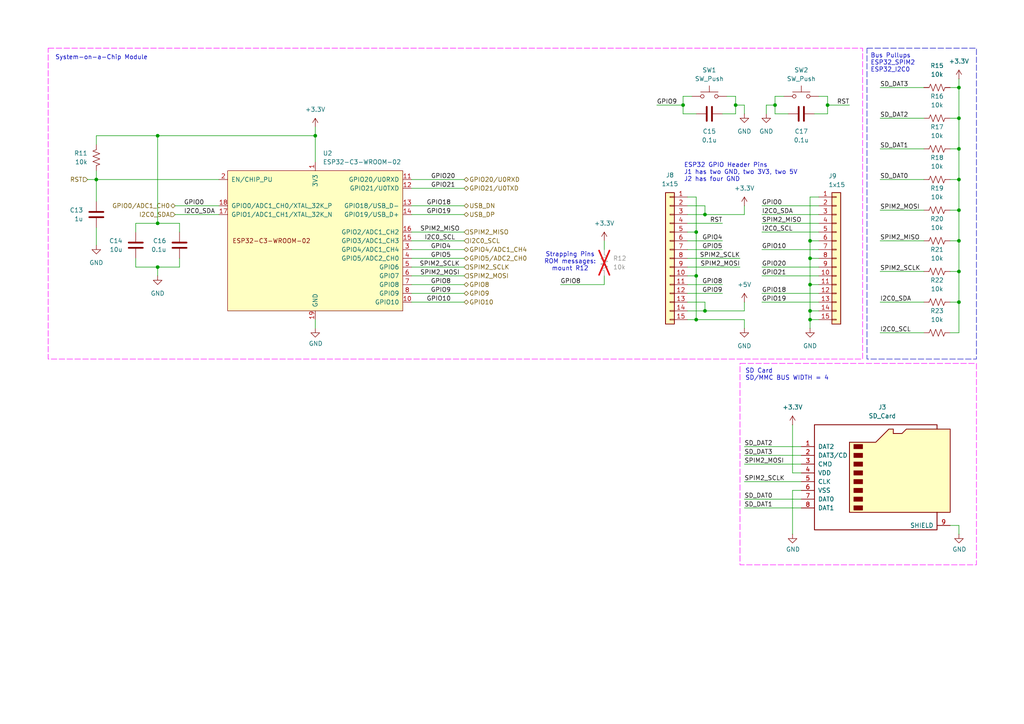
<source format=kicad_sch>
(kicad_sch (version 20231120) (generator "eeschema") (generator_version "8.0")
  (paper "A4")
  (lib_symbols
    (symbol "Connector:Micro_SD_Card" (pin_names (offset 1.016))
      (property "Reference" "J" (at -16.51 15.24 0))
      (property "Value" "Micro_SD_Card" (at 16.51 15.24 0))
      (symbol "Micro_SD_Card_0_1"
        (rectangle (start -7.62 -9.525) (end -5.08 -10.795) (fill (type outline)))
        (rectangle (start -7.62 -6.985) (end -5.08 -8.255) (fill (type outline)))
        (rectangle (start -7.62 -4.445) (end -5.08 -5.715) (fill (type outline)))
        (rectangle (start -7.62 -1.905) (end -5.08 -3.175) (fill (type outline)))
        (rectangle (start -7.62 0.635) (end -5.08 -0.635) (fill (type outline)))
        (rectangle (start -7.62 3.175) (end -5.08 1.905) (fill (type outline)))
        (rectangle (start -7.62 5.715) (end -5.08 4.445) (fill (type outline)))
        (rectangle (start -7.62 8.255) (end -5.08 6.985) (fill (type outline)))
        (polyline (pts (xy 16.51 12.7) (xy 16.51 13.97) (xy -19.05 13.97) (xy -19.05 -16.51) (xy 16.51 -16.51) (xy 16.51 -11.43)) (stroke (width 0.254)))
        (polyline (pts (xy -8.89 -11.43) (xy -8.89 8.89) (xy -1.27 8.89) (xy 2.54 12.7) (xy 3.81 12.7) (xy 3.81 11.43) (xy 6.35 11.43) (xy 7.62 12.7) (xy 20.32 12.7) (xy 20.32 -11.43) (xy -8.89 -11.43)) (stroke (width 0.254)) (fill (type background)))
      )
      (symbol "Micro_SD_Card_1_1"
        (pin bidirectional line (at -22.86 7.62 0) (length 3.81) (name "DAT2") (number "1"))
        (pin bidirectional line (at -22.86 5.08 0) (length 3.81) (name "DAT3/CD") (number "2"))
        (pin input line (at -22.86 2.54 0) (length 3.81) (name "CMD") (number "3"))
        (pin power_in line (at -22.86 0 0) (length 3.81) (name "VDD") (number "4"))
        (pin input line (at -22.86 -2.54 0) (length 3.81) (name "CLK") (number "5"))
        (pin power_in line (at -22.86 -5.08 0) (length 3.81) (name "VSS") (number "6"))
        (pin bidirectional line (at -22.86 -7.62 0) (length 3.81) (name "DAT0") (number "7"))
        (pin bidirectional line (at -22.86 -10.16 0) (length 3.81) (name "DAT1") (number "8"))
        (pin passive line (at 20.32 -15.24 180) (length 3.81) (name "SHIELD") (number "9"))
      )
    )
    (symbol "Connector_Generic:Conn_01x15" (pin_names (offset 1.016) hide)
      (property "Reference" "J" (at 0 20.32 0))
      (property "Value" "Conn_01x15" (at 0 -20.32 0))
      (symbol "Conn_01x15_1_1"
        (rectangle (start -1.27 -17.653) (end 0 -17.907) (stroke (width 0.1524)))
        (rectangle (start -1.27 -15.113) (end 0 -15.367) (stroke (width 0.1524)))
        (rectangle (start -1.27 -12.573) (end 0 -12.827) (stroke (width 0.1524)))
        (rectangle (start -1.27 -10.033) (end 0 -10.287) (stroke (width 0.1524)))
        (rectangle (start -1.27 -7.493) (end 0 -7.747) (stroke (width 0.1524)))
        (rectangle (start -1.27 -4.953) (end 0 -5.207) (stroke (width 0.1524)))
        (rectangle (start -1.27 -2.413) (end 0 -2.667) (stroke (width 0.1524)))
        (rectangle (start -1.27 0.127) (end 0 -0.127) (stroke (width 0.1524)))
        (rectangle (start -1.27 2.667) (end 0 2.413) (stroke (width 0.1524)))
        (rectangle (start -1.27 5.207) (end 0 4.953) (stroke (width 0.1524)))
        (rectangle (start -1.27 7.747) (end 0 7.493) (stroke (width 0.1524)))
        (rectangle (start -1.27 10.287) (end 0 10.033) (stroke (width 0.1524)))
        (rectangle (start -1.27 12.827) (end 0 12.573) (stroke (width 0.1524)))
        (rectangle (start -1.27 15.367) (end 0 15.113) (stroke (width 0.1524)))
        (rectangle (start -1.27 17.907) (end 0 17.653) (stroke (width 0.1524)))
        (rectangle (start -1.27 19.05) (end 1.27 -19.05) (stroke (width 0.254)) (fill (type background)))
        (pin passive line (at -5.08 17.78 0) (length 3.81) (name "Pin_1") (number "1"))
        (pin passive line (at -5.08 -5.08 0) (length 3.81) (name "Pin_10") (number "10"))
        (pin passive line (at -5.08 -7.62 0) (length 3.81) (name "Pin_11") (number "11"))
        (pin passive line (at -5.08 -10.16 0) (length 3.81) (name "Pin_12") (number "12"))
        (pin passive line (at -5.08 -12.7 0) (length 3.81) (name "Pin_13") (number "13"))
        (pin passive line (at -5.08 -15.24 0) (length 3.81) (name "Pin_14") (number "14"))
        (pin passive line (at -5.08 -17.78 0) (length 3.81) (name "Pin_15") (number "15"))
        (pin passive line (at -5.08 15.24 0) (length 3.81) (name "Pin_2") (number "2"))
        (pin passive line (at -5.08 12.7 0) (length 3.81) (name "Pin_3") (number "3"))
        (pin passive line (at -5.08 10.16 0) (length 3.81) (name "Pin_4") (number "4"))
        (pin passive line (at -5.08 7.62 0) (length 3.81) (name "Pin_5") (number "5"))
        (pin passive line (at -5.08 5.08 0) (length 3.81) (name "Pin_6") (number "6"))
        (pin passive line (at -5.08 2.54 0) (length 3.81) (name "Pin_7") (number "7"))
        (pin passive line (at -5.08 0 0) (length 3.81) (name "Pin_8") (number "8"))
        (pin passive line (at -5.08 -2.54 0) (length 3.81) (name "Pin_9") (number "9"))
      )
    )
    (symbol "Device:C" (pin_numbers hide) (pin_names (offset 0.254))
      (property "Reference" "C" (at 0.635 2.54 0))
      (property "Value" "C" (at 0.635 -2.54 0))
      (symbol "C_0_1"
        (polyline (pts (xy -2.032 -0.762) (xy 2.032 -0.762)) (stroke (width 0.508)))
        (polyline (pts (xy -2.032 0.762) (xy 2.032 0.762)) (stroke (width 0.508)))
      )
      (symbol "C_1_1"
        (pin passive line (at 0 3.81 270) (length 2.794) (name "~") (number "1"))
        (pin passive line (at 0 -3.81 90) (length 2.794) (name "~") (number "2"))
      )
    )
    (symbol "Device:R_US" (pin_numbers hide) (pin_names (offset 0))
      (property "Reference" "R" (at 2.54 0 90))
      (property "Value" "R_US" (at -2.54 0 90))
      (symbol "R_US_0_1"
        (polyline (pts (xy 0 -2.286) (xy 0 -2.54)))
        (polyline (pts (xy 0 2.286) (xy 0 2.54)))
        (polyline (pts (xy 0 -0.762) (xy 1.016 -1.143) (xy 0 -1.524) (xy -1.016 -1.905) (xy 0 -2.286)))
        (polyline (pts (xy 0 0.762) (xy 1.016 0.381) (xy 0 0) (xy -1.016 -0.381) (xy 0 -0.762)))
        (polyline (pts (xy 0 2.286) (xy 1.016 1.905) (xy 0 1.524) (xy -1.016 1.143) (xy 0 0.762)))
      )
      (symbol "R_US_1_1"
        (pin passive line (at 0 3.81 270) (length 1.27) (name "~") (number "1"))
        (pin passive line (at 0 -3.81 90) (length 1.27) (name "~") (number "2"))
      )
    )
    (symbol "PCM_Espressif:ESP32-C3-WROOM-02" (pin_names (offset 1.016))
      (property "Reference" "U" (at -25.4 25.4 0))
      (property "Value" "ESP32-C3-WROOM-02" (at -25.4 22.86 0))
      (symbol "ESP32-C3-WROOM-02_0_0"
        (text "ESP32-C3-WROOM-02" (at -12.7 0 0) (effects (font (size 1.27 1.27))))
      )
      (symbol "ESP32-C3-WROOM-02_0_1"
        (rectangle (start 25.4 20.32) (end -25.4 -20.32) (fill (type background)))
      )
      (symbol "ESP32-C3-WROOM-02_1_1"
        (pin power_in line (at 0 22.86 270) (length 2.54) (name "3V3") (number "1"))
        (pin bidirectional line (at 27.94 -17.78 180) (length 2.54) (name "GPIO10") (number "10"))
        (pin bidirectional line (at 27.94 17.78 180) (length 2.54) (name "GPIO20/U0RXD") (number "11"))
        (pin bidirectional line (at 27.94 15.24 180) (length 2.54) (name "GPIO21/U0TXD") (number "12"))
        (pin bidirectional line (at 27.94 10.16 180) (length 2.54) (name "GPIO18/USB_D-") (number "13"))
        (pin bidirectional line (at 27.94 7.62 180) (length 2.54) (name "GPIO19/USB_D+") (number "14"))
        (pin bidirectional line (at 27.94 0 180) (length 2.54) (name "GPIO3/ADC1_CH3") (number "15"))
        (pin bidirectional line (at 27.94 2.54 180) (length 2.54) (name "GPIO2/ADC1_CH2") (number "16"))
        (pin bidirectional line (at -27.94 7.62 0) (length 2.54) (name "GPIO1/ADC1_CH1/XTAL_32K_N") (number "17"))
        (pin bidirectional line (at -27.94 10.16 0) (length 2.54) (name "GPIO0/ADC1_CH0/XTAL_32K_P") (number "18"))
        (pin power_in line (at 0 -22.86 90) (length 2.54) (name "GND") (number "19"))
        (pin input line (at -27.94 17.78 0) (length 2.54) (name "EN/CHIP_PU") (number "2"))
        (pin bidirectional line (at 27.94 -2.54 180) (length 2.54) (name "GPIO4/ADC1_CH4") (number "3"))
        (pin bidirectional line (at 27.94 -5.08 180) (length 2.54) (name "GPIO5/ADC2_CH0") (number "4"))
        (pin bidirectional line (at 27.94 -7.62 180) (length 2.54) (name "GPIO6") (number "5"))
        (pin bidirectional line (at 27.94 -10.16 180) (length 2.54) (name "GPIO7") (number "6"))
        (pin bidirectional line (at 27.94 -12.7 180) (length 2.54) (name "GPIO8") (number "7"))
        (pin bidirectional line (at 27.94 -15.24 180) (length 2.54) (name "GPIO9") (number "8"))
        (pin passive line (at 0 -22.86 90) (length 2.54) hide (name "GND") (number "9"))
      )
    )
    (symbol "Switch:SW_Push" (pin_numbers hide) (pin_names (offset 1.016) hide)
      (property "Reference" "SW" (at 1.27 2.54 0))
      (property "Value" "SW_Push" (at 0 -1.524 0))
      (symbol "SW_Push_0_1"
        (circle (center -2.032 0) (radius 0.508))
        (polyline (pts (xy 0 1.27) (xy 0 3.048)))
        (polyline (pts (xy 2.54 1.27) (xy -2.54 1.27)))
        (circle (center 2.032 0) (radius 0.508))
        (pin passive line (at -5.08 0 0) (length 2.54) (name "1") (number "1"))
        (pin passive line (at 5.08 0 180) (length 2.54) (name "2") (number "2"))
      )
    )
    (symbol "power:GND" (power) (pin_numbers hide) (pin_names (offset 0) hide)
      (property "Value" "GND" (at 0 -3.81 0))
      (symbol "GND_0_1"
        (polyline (pts (xy 0 0) (xy 0 -1.27) (xy 1.27 -1.27) (xy 0 -2.54) (xy -1.27 -1.27) (xy 0 -1.27)))
      )
      (symbol "GND_1_1"
        (pin power_in line (at 0 0 270) (length 0) (name "~") (number "1"))
      )
    )
    (symbol "power:VCC" (power) (pin_numbers hide) (pin_names (offset 0) hide)
      (property "Value" "VCC" (at 0 3.556 0))
      (symbol "VCC_0_1"
        (polyline (pts (xy -0.762 1.27) (xy 0 2.54)))
        (polyline (pts (xy 0 0) (xy 0 2.54)))
        (polyline (pts (xy 0 2.54) (xy 0.762 1.27)))
      )
      (symbol "VCC_1_1"
        (pin power_in line (at 0 0 90) (length 0) (name "~") (number "1"))
      )
    )
  )
  (junction (at 201.93 92.71))
  (junction (at 204.47 62.23))
  (junction (at 234.95 92.71))
  (junction (at 213.36 30.48))
  (junction (at 234.95 82.55))
  (junction (at 278.13 69.85))
  (junction (at 278.13 87.63))
  (junction (at 201.93 67.31))
  (junction (at 278.13 43.18))
  (junction (at 240.03 30.48))
  (junction (at 198.12 30.48))
  (junction (at 278.13 25.4))
  (junction (at 45.72 77.47))
  (junction (at 45.72 64.77))
  (junction (at 278.13 34.29))
  (junction (at 234.95 74.93))
  (junction (at 278.13 78.74))
  (junction (at 278.13 60.96))
  (junction (at 201.93 80.01))
  (junction (at 204.47 90.17))
  (junction (at 27.94 52.07))
  (junction (at 45.72 39.37))
  (junction (at 278.13 52.07))
  (junction (at 91.44 39.37))
  (junction (at 224.79 30.48))
  (junction (at 234.95 90.17))
  (junction (at 234.95 69.85))
  (wire (pts (xy 234.95 74.93) (xy 234.95 82.55)))
  (wire (pts (xy 267.97 34.29) (xy 255.27 34.29)))
  (wire (pts (xy 209.55 85.09) (xy 199.39 85.09)))
  (wire (pts (xy 50.8 62.23) (xy 63.5 62.23)))
  (wire (pts (xy 278.13 87.63) (xy 278.13 78.74)))
  (wire (pts (xy 275.59 96.52) (xy 278.13 96.52)))
  (wire (pts (xy 190.5 30.48) (xy 198.12 30.48)))
  (wire (pts (xy 213.36 27.94) (xy 213.36 30.48)))
  (wire (pts (xy 119.38 69.85) (xy 134.62 69.85)))
  (wire (pts (xy 224.79 30.48) (xy 224.79 33.02)))
  (wire (pts (xy 45.72 77.47) (xy 39.37 77.47)))
  (wire (pts (xy 237.49 87.63) (xy 220.98 87.63)))
  (wire (pts (xy 45.72 64.77) (xy 39.37 64.77)))
  (wire (pts (xy 215.9 144.78) (xy 232.41 144.78)))
  (wire (pts (xy 199.39 77.47) (xy 214.63 77.47)))
  (wire (pts (xy 52.07 74.93) (xy 52.07 77.47)))
  (wire (pts (xy 278.13 25.4) (xy 275.59 25.4)))
  (wire (pts (xy 91.44 36.83) (xy 91.44 39.37)))
  (wire (pts (xy 278.13 154.94) (xy 278.13 152.4)))
  (wire (pts (xy 198.12 30.48) (xy 198.12 27.94)))
  (wire (pts (xy 275.59 34.29) (xy 278.13 34.29)))
  (wire (pts (xy 278.13 152.4) (xy 275.59 152.4)))
  (wire (pts (xy 199.39 67.31) (xy 201.93 67.31)))
  (wire (pts (xy 119.38 85.09) (xy 134.62 85.09)))
  (wire (pts (xy 199.39 57.15) (xy 201.93 57.15)))
  (wire (pts (xy 278.13 25.4) (xy 278.13 34.29)))
  (wire (pts (xy 45.72 80.01) (xy 45.72 77.47)))
  (wire (pts (xy 175.26 72.39) (xy 175.26 69.85)))
  (wire (pts (xy 278.13 96.52) (xy 278.13 87.63)))
  (wire (pts (xy 229.87 142.24) (xy 232.41 142.24)))
  (wire (pts (xy 119.38 80.01) (xy 134.62 80.01)))
  (wire (pts (xy 27.94 52.07) (xy 63.5 52.07)))
  (wire (pts (xy 214.63 74.93) (xy 199.39 74.93)))
  (wire (pts (xy 215.9 62.23) (xy 215.9 59.69)))
  (wire (pts (xy 278.13 60.96) (xy 275.59 60.96)))
  (wire (pts (xy 220.98 62.23) (xy 237.49 62.23)))
  (wire (pts (xy 234.95 95.25) (xy 234.95 92.71)))
  (wire (pts (xy 204.47 59.69) (xy 204.47 62.23)))
  (wire (pts (xy 267.97 25.4) (xy 255.27 25.4)))
  (wire (pts (xy 229.87 137.16) (xy 232.41 137.16)))
  (wire (pts (xy 234.95 69.85) (xy 237.49 69.85)))
  (wire (pts (xy 215.9 129.54) (xy 232.41 129.54)))
  (wire (pts (xy 229.87 142.24) (xy 229.87 154.94)))
  (wire (pts (xy 199.39 59.69) (xy 204.47 59.69)))
  (wire (pts (xy 215.9 92.71) (xy 215.9 95.25)))
  (wire (pts (xy 45.72 39.37) (xy 91.44 39.37)))
  (wire (pts (xy 204.47 87.63) (xy 204.47 90.17)))
  (wire (pts (xy 215.9 134.62) (xy 232.41 134.62)))
  (wire (pts (xy 228.6 33.02) (xy 224.79 33.02)))
  (wire (pts (xy 119.38 52.07) (xy 134.62 52.07)))
  (wire (pts (xy 199.39 90.17) (xy 204.47 90.17)))
  (wire (pts (xy 234.95 92.71) (xy 237.49 92.71)))
  (wire (pts (xy 52.07 67.31) (xy 52.07 64.77)))
  (wire (pts (xy 234.95 90.17) (xy 237.49 90.17)))
  (wire (pts (xy 255.27 87.63) (xy 267.97 87.63)))
  (wire (pts (xy 201.93 80.01) (xy 201.93 92.71)))
  (wire (pts (xy 119.38 54.61) (xy 134.62 54.61)))
  (wire (pts (xy 278.13 60.96) (xy 278.13 69.85)))
  (wire (pts (xy 119.38 87.63) (xy 134.62 87.63)))
  (wire (pts (xy 199.39 62.23) (xy 204.47 62.23)))
  (wire (pts (xy 234.95 74.93) (xy 237.49 74.93)))
  (wire (pts (xy 234.95 57.15) (xy 234.95 69.85)))
  (wire (pts (xy 234.95 69.85) (xy 234.95 74.93)))
  (wire (pts (xy 210.82 27.94) (xy 213.36 27.94)))
  (wire (pts (xy 267.97 60.96) (xy 255.27 60.96)))
  (wire (pts (xy 209.55 82.55) (xy 199.39 82.55)))
  (wire (pts (xy 255.27 96.52) (xy 267.97 96.52)))
  (wire (pts (xy 220.98 72.39) (xy 237.49 72.39)))
  (wire (pts (xy 119.38 59.69) (xy 134.62 59.69)))
  (wire (pts (xy 267.97 43.18) (xy 255.27 43.18)))
  (wire (pts (xy 119.38 82.55) (xy 134.62 82.55)))
  (wire (pts (xy 237.49 85.09) (xy 220.98 85.09)))
  (wire (pts (xy 275.59 43.18) (xy 278.13 43.18)))
  (wire (pts (xy 246.38 30.48) (xy 240.03 30.48)))
  (wire (pts (xy 27.94 58.42) (xy 27.94 52.07)))
  (wire (pts (xy 27.94 52.07) (xy 27.94 49.53)))
  (wire (pts (xy 45.72 77.47) (xy 52.07 77.47)))
  (wire (pts (xy 267.97 78.74) (xy 255.27 78.74)))
  (wire (pts (xy 220.98 59.69) (xy 237.49 59.69)))
  (wire (pts (xy 227.33 27.94) (xy 224.79 27.94)))
  (wire (pts (xy 201.93 92.71) (xy 215.9 92.71)))
  (wire (pts (xy 119.38 67.31) (xy 134.62 67.31)))
  (wire (pts (xy 175.26 80.01) (xy 175.26 82.55)))
  (wire (pts (xy 224.79 30.48) (xy 222.25 30.48)))
  (wire (pts (xy 220.98 80.01) (xy 237.49 80.01)))
  (wire (pts (xy 209.55 69.85) (xy 199.39 69.85)))
  (wire (pts (xy 215.9 132.08) (xy 232.41 132.08)))
  (wire (pts (xy 278.13 69.85) (xy 278.13 78.74)))
  (wire (pts (xy 237.49 67.31) (xy 220.98 67.31)))
  (wire (pts (xy 234.95 92.71) (xy 234.95 90.17)))
  (wire (pts (xy 215.9 30.48) (xy 215.9 33.02)))
  (wire (pts (xy 119.38 74.93) (xy 134.62 74.93)))
  (wire (pts (xy 236.22 33.02) (xy 240.03 33.02)))
  (wire (pts (xy 215.9 87.63) (xy 215.9 90.17)))
  (wire (pts (xy 201.93 33.02) (xy 198.12 33.02)))
  (wire (pts (xy 91.44 95.25) (xy 91.44 92.71)))
  (wire (pts (xy 229.87 123.19) (xy 229.87 137.16)))
  (wire (pts (xy 222.25 30.48) (xy 222.25 33.02)))
  (wire (pts (xy 278.13 52.07) (xy 275.59 52.07)))
  (wire (pts (xy 220.98 77.47) (xy 237.49 77.47)))
  (wire (pts (xy 278.13 34.29) (xy 278.13 43.18)))
  (wire (pts (xy 215.9 147.32) (xy 232.41 147.32)))
  (wire (pts (xy 240.03 27.94) (xy 237.49 27.94)))
  (wire (pts (xy 204.47 62.23) (xy 215.9 62.23)))
  (wire (pts (xy 275.59 78.74) (xy 278.13 78.74)))
  (wire (pts (xy 45.72 39.37) (xy 27.94 39.37)))
  (wire (pts (xy 240.03 33.02) (xy 240.03 30.48)))
  (wire (pts (xy 162.56 82.55) (xy 175.26 82.55)))
  (wire (pts (xy 234.95 57.15) (xy 237.49 57.15)))
  (wire (pts (xy 119.38 77.47) (xy 134.62 77.47)))
  (wire (pts (xy 199.39 80.01) (xy 201.93 80.01)))
  (wire (pts (xy 234.95 82.55) (xy 237.49 82.55)))
  (wire (pts (xy 201.93 67.31) (xy 201.93 80.01)))
  (wire (pts (xy 39.37 64.77) (xy 39.37 67.31)))
  (wire (pts (xy 237.49 64.77) (xy 220.98 64.77)))
  (wire (pts (xy 275.59 69.85) (xy 278.13 69.85)))
  (wire (pts (xy 27.94 39.37) (xy 27.94 41.91)))
  (wire (pts (xy 119.38 62.23) (xy 134.62 62.23)))
  (wire (pts (xy 45.72 39.37) (xy 45.72 64.77)))
  (wire (pts (xy 119.38 72.39) (xy 134.62 72.39)))
  (wire (pts (xy 199.39 72.39) (xy 209.55 72.39)))
  (wire (pts (xy 198.12 33.02) (xy 198.12 30.48)))
  (wire (pts (xy 199.39 87.63) (xy 204.47 87.63)))
  (wire (pts (xy 224.79 27.94) (xy 224.79 30.48)))
  (wire (pts (xy 267.97 69.85) (xy 255.27 69.85)))
  (wire (pts (xy 215.9 30.48) (xy 213.36 30.48)))
  (wire (pts (xy 91.44 39.37) (xy 91.44 46.99)))
  (wire (pts (xy 209.55 33.02) (xy 213.36 33.02)))
  (wire (pts (xy 201.93 57.15) (xy 201.93 67.31)))
  (wire (pts (xy 198.12 27.94) (xy 200.66 27.94)))
  (wire (pts (xy 278.13 43.18) (xy 278.13 52.07)))
  (wire (pts (xy 215.9 139.7) (xy 232.41 139.7)))
  (wire (pts (xy 255.27 52.07) (xy 267.97 52.07)))
  (wire (pts (xy 25.4 52.07) (xy 27.94 52.07)))
  (wire (pts (xy 275.59 87.63) (xy 278.13 87.63)))
  (wire (pts (xy 45.72 64.77) (xy 52.07 64.77)))
  (wire (pts (xy 278.13 22.86) (xy 278.13 25.4)))
  (wire (pts (xy 213.36 30.48) (xy 213.36 33.02)))
  (wire (pts (xy 234.95 82.55) (xy 234.95 90.17)))
  (wire (pts (xy 204.47 90.17) (xy 215.9 90.17)))
  (wire (pts (xy 50.8 59.69) (xy 63.5 59.69)))
  (wire (pts (xy 39.37 74.93) (xy 39.37 77.47)))
  (wire (pts (xy 199.39 64.77) (xy 209.55 64.77)))
  (wire (pts (xy 27.94 66.04) (xy 27.94 71.12)))
  (wire (pts (xy 240.03 30.48) (xy 240.03 27.94)))
  (wire (pts (xy 278.13 52.07) (xy 278.13 60.96)))
  (wire (pts (xy 199.39 92.71) (xy 201.93 92.71)))
  (rectangle (start 13.97 13.97) (end 250.19 104.14) (stroke (width 0) (type dash) (color 255 0 255 1)))
  (rectangle (start 251.46 13.97) (end 283.21 104.14) (stroke (width 0) (type dash)))
  (rectangle (start 214.63 105.41) (end 283.21 163.83) (stroke (width 0) (type dash) (color 255 0 255 1)))
  (text "Strapping Pins\nROM messages:\nmount R12" (at 165.354 75.946 0) (effects (font (size 1.27 1.27))))
  (text "Bus Pullups\nESP32_SPIM2\nESP32_I2C0" (at 252.476 15.494 0) (effects (font (size 1.27 1.27)) (justify left top)))
  (text "System-on-a-Chip Module" (at 16.002 16.002 0) (effects (font (size 1.27 1.27)) (justify left top)))
  (text "SD Card\nSD/MMC BUS WIDTH = 4" (at 216.154 106.934 0) (effects (font (size 1.27 1.27)) (justify left top)))
  (text "ESP32 GPIO Header Pins\nJ1 has two GND, two 3V3, two 5V\nJ2 has four GND" (at 198.374 47.244 0) (effects (font (size 1.27 1.27)) (justify left top)))
  (label "SD_DAT2" (at 215.9 129.54 0))
  (label "SPIM2_SCLK" (at 255.27 78.74 0))
  (label "SD_DAT3" (at 215.9 132.08 0))
  (label "GPIO10" (at 220.98 72.39 0))
  (label "SPIM2_MISO" (at 220.98 64.77 0))
  (label "GPIO8" (at 130.81 82.55 180))
  (label "SD_DAT3" (at 255.27 25.4 0))
  (label "GPIO18" (at 220.98 85.09 0))
  (label "SPIM2_SCLK" (at 133.35 77.47 180))
  (label "GPIO5" (at 209.55 72.39 180))
  (label "GPIO20" (at 220.98 77.47 0))
  (label "GPIO21" (at 220.98 80.01 0))
  (label "SPIM2_MOSI" (at 133.35 80.01 180))
  (label "GPIO4" (at 130.81 72.39 180))
  (label "GPIO0" (at 53.34 59.69 0))
  (label "RST" (at 209.55 64.77 180))
  (label "RST" (at 246.38 30.48 180))
  (label "SD_DAT0" (at 215.9 144.78 0))
  (label "GPIO20" (at 132.08 52.07 180))
  (label "GPIO8" (at 162.56 82.55 0))
  (label "SD_DAT2" (at 255.27 34.29 0))
  (label "I2C0_SCL" (at 255.27 96.52 0))
  (label "SD_DAT0" (at 255.27 52.07 0))
  (label "GPIO4" (at 209.55 69.85 180))
  (label "I2C0_SDA" (at 53.34 62.23 0))
  (label "I2C0_SCL" (at 220.98 67.31 0))
  (label "SPIM2_MISO" (at 133.35 67.31 180))
  (label "GPIO19" (at 130.81 62.23 180))
  (label "SPIM2_SCLK" (at 214.63 74.93 180))
  (label "GPIO8" (at 209.55 82.55 180))
  (label "SD_DAT1" (at 215.9 147.32 0))
  (label "GPIO9" (at 209.55 85.09 180))
  (label "SPIM2_SCLK" (at 215.9 139.7 0))
  (label "I2C0_SDA" (at 220.98 62.23 0))
  (label "GPIO0" (at 220.98 59.69 0))
  (label "GPIO19" (at 220.98 87.63 0))
  (label "SPIM2_MOSI" (at 255.27 60.96 0))
  (label "I2C0_SCL" (at 132.08 69.85 180))
  (label "SPIM2_MOSI" (at 214.63 77.47 180))
  (label "SD_DAT1" (at 255.27 43.18 0))
  (label "GPIO18" (at 130.81 59.69 180))
  (label "GPIO5" (at 130.81 74.93 180))
  (label "I2C0_SDA" (at 255.27 87.63 0))
  (label "SPIM2_MOSI" (at 215.9 134.62 0))
  (label "GPIO10" (at 130.81 87.63 180))
  (label "SPIM2_MISO" (at 255.27 69.85 0))
  (label "GPIO9" (at 130.81 85.09 180))
  (label "GPIO21" (at 132.08 54.61 180))
  (label "GPIO9" (at 190.5 30.48 0))
  (hierarchical_label "SPIM2_SCLK" (shape input) (at 134.62 77.47 0))
  (hierarchical_label "RST" (shape input) (at 25.4 52.07 180))
  (hierarchical_label "USB_DP" (shape bidirectional) (at 134.62 62.23 0))
  (hierarchical_label "I2C0_SCL" (shape input) (at 134.62 69.85 0))
  (hierarchical_label "USB_DN" (shape bidirectional) (at 134.62 59.69 0))
  (hierarchical_label "I2C0_SDA" (shape input) (at 50.8 62.23 180))
  (hierarchical_label "GPIO21/U0TXD" (shape bidirectional) (at 134.62 54.61 0))
  (hierarchical_label "GPIO8" (shape bidirectional) (at 134.62 82.55 0))
  (hierarchical_label "GPIO0{slash}ADC1_CH0" (shape bidirectional) (at 50.8 59.69 180))
  (hierarchical_label "GPIO4/ADC1_CH4" (shape bidirectional) (at 134.62 72.39 0))
  (hierarchical_label "GPIO5/ADC2_CH0" (shape bidirectional) (at 134.62 74.93 0))
  (hierarchical_label "SPIM2_MOSI" (shape input) (at 134.62 80.01 0))
  (hierarchical_label "GPIO9" (shape bidirectional) (at 134.62 85.09 0))
  (hierarchical_label "GPIO10" (shape bidirectional) (at 134.62 87.63 0))
  (hierarchical_label "GPIO20/U0RXD" (shape bidirectional) (at 134.62 52.07 0))
  (hierarchical_label "SPIM2_MISO" (shape input) (at 134.62 67.31 0))
  (symbol (lib_id "Switch:SW_Push") (at 232.41 27.94 0) (unit 1)
    (property "Reference" "SW2" (at 232.41 20.32 0))
    (property "Value" "SW_Push" (at 232.41 22.86 0))
    (property "Footprint" "Button_Switch_SMD:SW_SPST_CK_RS282G05A3" (effects (hide yes)))
    (property "Description" "Push button switch, generic, two pins" (effects (hide yes)))
  )
  (symbol (lib_id "power:VCC") (at 215.9 59.69 0) (unit 1)
    (property "Reference" "#PWR040" (effects (hide yes)))
    (property "Value" "+3.3V" (at 215.9 54.61 0))
    (property "Description" "Power symbol creates a global label with name \"VCC\"" (effects (hide yes)))
    (instances (project "spur-demo" (path "" (reference "#PWR040") (unit 1))) (project "Cobalt-Cowboy" (path "" (reference "#PWR031") (unit 1))))
  )
  (symbol (lib_id "power:GND") (at 278.13 154.94 0) (unit 1)
    (property "Reference" "#PWR086" (effects (hide yes)))
    (property "Value" "GND" (at 278.257 159.3342 0))
    (property "Description" "Power symbol creates a global label with name \"GND\" , ground" (effects (hide yes)))
  )
  (symbol (lib_id "power:VCC") (at 215.9 87.63 0) (unit 1)
    (property "Reference" "#PWR041" (effects (hide yes)))
    (property "Value" "+5V" (at 215.9 82.55 0))
    (property "Description" "Power symbol creates a global label with name \"VCC\"" (effects (hide yes)))
    (instances (project "spur-demo" (path "" (reference "#PWR041") (unit 1))) (project "Cobalt-Cowboy" (path "" (reference "#PWR032") (unit 1))))
  )
  (symbol (lib_id "Device:R_US") (at 271.78 25.4 90) (unit 1)
    (property "Reference" "R15" (at 271.78 19.05 90))
    (property "Value" "10k" (at 271.78 21.59 90))
    (property "Footprint" "Resistor_SMD:R_0603_1608Metric" (effects (hide yes)))
    (property "Description" "Resistor, US symbol" (effects (hide yes)))
    (instances (project "spur-demo" (path "" (reference "R15") (unit 1))) (project "Cobalt-Cowboy" (path "" (reference "R16") (unit 1))))
  )
  (symbol (lib_id "Device:C") (at 27.94 62.23 0) (mirror x) (unit 1)
    (property "Reference" "C13" (at 24.13 60.9599 0) (effects (justify right)))
    (property "Value" "1u" (at 24.13 63.4999 0) (effects (justify right)))
    (property "Footprint" "Capacitor_SMD:C_0603_1608Metric_Pad1.08x0.95mm_HandSolder" (effects (hide yes)))
    (property "Description" "Unpolarized capacitor" (effects (hide yes)))
    (instances (project "spur-demo" (path "" (reference "C13") (unit 1))) (project "Cobalt-Cowboy" (path "" (reference "C15") (unit 1))))
  )
  (symbol (lib_id "power:GND") (at 27.94 71.12 0) (unit 1)
    (property "Reference" "#PWR038" (effects (hide yes)))
    (property "Value" "GND" (at 27.94 76.2 0))
    (property "Description" "Power symbol creates a global label with name \"GND\" , ground" (effects (hide yes)))
    (instances (project "spur-demo" (path "" (reference "#PWR038") (unit 1))) (project "Cobalt-Cowboy" (path "" (reference "#PWR028") (unit 1))))
  )
  (symbol (lib_id "Device:R_US") (at 271.78 52.07 90) (unit 1)
    (property "Reference" "R18" (at 271.78 45.72 90))
    (property "Value" "10k" (at 271.78 48.26 90))
    (property "Footprint" "Resistor_SMD:R_0603_1608Metric" (effects (hide yes)))
    (property "Description" "Resistor, US symbol" (effects (hide yes)))
    (instances (project "spur-demo" (path "" (reference "R18") (unit 1))) (project "Cobalt-Cowboy" (path "" (reference "R19") (unit 1))))
  )
  (symbol (lib_id "Device:R_US") (at 271.78 34.29 90) (unit 1)
    (property "Reference" "R16" (at 271.78 27.94 90))
    (property "Value" "10k" (at 271.78 30.48 90))
    (property "Footprint" "Resistor_SMD:R_0603_1608Metric" (effects (hide yes)))
    (property "Description" "Resistor, US symbol" (effects (hide yes)))
    (instances (project "spur-demo" (path "" (reference "R16") (unit 1))) (project "Cobalt-Cowboy" (path "" (reference "R17") (unit 1))))
  )
  (symbol (lib_id "Device:C") (at 52.07 71.12 0) (mirror x) (unit 1)
    (property "Reference" "C16" (at 48.26 69.8499 0) (effects (justify right)))
    (property "Value" "0.1u" (at 48.26 72.3899 0) (effects (justify right)))
    (property "Footprint" "Capacitor_SMD:C_0603_1608Metric_Pad1.08x0.95mm_HandSolder" (effects (hide yes)))
    (property "Description" "Unpolarized capacitor" (effects (hide yes)))
    (instances (project "spur-demo" (path "" (reference "C16") (unit 1))) (project "Cobalt-Cowboy" (path "" (reference "C18") (unit 1))))
  )
  (symbol (lib_id "power:GND") (at 215.9 33.02 0) (mirror y) (unit 1)
    (property "Reference" "#PWR043" (effects (hide yes)))
    (property "Value" "GND" (at 215.9 38.1 0))
    (property "Description" "Power symbol creates a global label with name \"GND\" , ground" (effects (hide yes)))
    (instances (project "spur-demo" (path "" (reference "#PWR043") (unit 1))) (project "Cobalt-Cowboy" (path "" (reference "#PWR034") (unit 1))))
  )
  (symbol (lib_id "power:VCC") (at 175.26 69.85 0) (mirror y) (unit 1)
    (property "Reference" "#PWR045" (effects (hide yes)))
    (property "Value" "+3.3V" (at 175.26 64.77 0))
    (property "Description" "Power symbol creates a global label with name \"VCC\"" (effects (hide yes)))
    (instances (project "spur-demo" (path "" (reference "#PWR045") (unit 1))) (project "Cobalt-Cowboy" (path "" (reference "#PWR029") (unit 1))))
  )
  (symbol (lib_id "power:GND") (at 234.95 95.25 0) (unit 1)
    (property "Reference" "#PWR046" (effects (hide yes)))
    (property "Value" "GND" (at 234.95 100.33 0))
    (property "Description" "Power symbol creates a global label with name \"GND\" , ground" (effects (hide yes)))
    (instances (project "spur-demo" (path "" (reference "#PWR046") (unit 1))) (project "Cobalt-Cowboy" (path "" (reference "#PWR036") (unit 1))))
  )
  (symbol (lib_id "power:GND") (at 229.87 154.94 0) (unit 1)
    (property "Reference" "#PWR050" (effects (hide yes)))
    (property "Value" "GND" (at 229.997 159.3342 0))
    (property "Description" "Power symbol creates a global label with name \"GND\" , ground" (effects (hide yes)))
    (instances (project "spur-demo" (path "" (reference "#PWR050") (unit 1))) (project "Cobalt-Cowboy" (path "" (reference "#PWR040") (unit 1))) (project "Mini17" (path "" (reference "#PWR?") (unit 1))))
  )
  (symbol (lib_id "Device:R_US") (at 271.78 69.85 90) (unit 1)
    (property "Reference" "R20" (at 271.78 63.5 90))
    (property "Value" "10k" (at 271.78 66.04 90))
    (property "Footprint" "Resistor_SMD:R_0603_1608Metric" (effects (hide yes)))
    (property "Description" "Resistor, US symbol" (effects (hide yes)))
    (instances (project "spur-demo" (path "" (reference "R20") (unit 1))) (project "Cobalt-Cowboy" (path "" (reference "R21") (unit 1))))
  )
  (symbol (lib_id "Device:R_US") (at 271.78 78.74 90) (unit 1)
    (property "Reference" "R21" (at 271.78 72.39 90))
    (property "Value" "10k" (at 271.78 74.93 90))
    (property "Footprint" "Resistor_SMD:R_0603_1608Metric" (effects (hide yes)))
    (property "Description" "Resistor, US symbol" (effects (hide yes)))
    (instances (project "spur-demo" (path "" (reference "R21") (unit 1))) (project "Cobalt-Cowboy" (path "" (reference "R22") (unit 1))))
  )
  (symbol (lib_id "Connector_Generic:Conn_01x15") (at 242.57 74.93 0) (unit 1)
    (property "Reference" "J9" (at 240.284 51.054 0) (effects (justify left)))
    (property "Value" "1x15" (at 240.284 53.594 0) (effects (justify left)))
    (property "Footprint" "Connector_PinHeader_2.54mm:PinHeader_1x15_P2.54mm_Vertical" (effects (hide yes)))
    (property "Description" "Generic connector, single row, 01x15, script generated (kicad-library-utils/schlib/autogen/connector/)" (effects (hide yes)))
    (instances (project "spur-demo" (path "" (reference "J9") (unit 1))) (project "Cobalt-Cowboy" (path "" (reference "J3") (unit 1))))
  )
  (symbol (lib_id "Device:R_US") (at 271.78 43.18 90) (unit 1)
    (property "Reference" "R17" (at 271.78 36.83 90))
    (property "Value" "10k" (at 271.78 39.37 90))
    (property "Footprint" "Resistor_SMD:R_0603_1608Metric" (effects (hide yes)))
    (property "Description" "Resistor, US symbol" (effects (hide yes)))
    (instances (project "spur-demo" (path "" (reference "R17") (unit 1))) (project "Cobalt-Cowboy" (path "" (reference "R18") (unit 1))))
  )
  (symbol (lib_id "Device:R_US") (at 27.94 45.72 0) (mirror x) (unit 1)
    (property "Reference" "R11" (at 25.4 44.4499 0) (effects (justify right)))
    (property "Value" "10k" (at 25.4 46.9899 0) (effects (justify right)))
    (property "Footprint" "Resistor_SMD:R_0603_1608Metric" (effects (hide yes)))
    (property "Description" "Resistor, US symbol" (effects (hide yes)))
    (instances (project "spur-demo" (path "" (reference "R11") (unit 1))) (project "Cobalt-Cowboy" (path "" (reference "R12") (unit 1))))
  )
  (symbol (lib_id "Device:C") (at 205.74 33.02 270) (mirror x) (unit 1)
    (property "Reference" "C15" (at 205.74 38.1 90))
    (property "Value" "0.1u" (at 205.74 40.64 90))
    (property "Footprint" "Capacitor_SMD:C_0603_1608Metric_Pad1.08x0.95mm_HandSolder" (effects (hide yes)))
    (property "Description" "Unpolarized capacitor" (effects (hide yes)))
    (instances (project "spur-demo" (path "" (reference "C15") (unit 1))) (project "Cobalt-Cowboy" (path "" (reference "C17") (unit 1))))
  )
  (symbol (lib_id "Device:C") (at 39.37 71.12 0) (mirror y) (unit 1)
    (property "Reference" "C14" (at 35.56 69.8499 0) (effects (justify left)))
    (property "Value" "10u" (at 35.56 72.3899 0) (effects (justify left)))
    (property "Footprint" "Capacitor_SMD:C_0603_1608Metric_Pad1.08x0.95mm_HandSolder" (effects (hide yes)))
    (property "Description" "Unpolarized capacitor" (effects (hide yes)))
    (instances (project "spur-demo" (path "" (reference "C14") (unit 1))) (project "Cobalt-Cowboy" (path "" (reference "C16") (unit 1))))
  )
  (symbol (lib_id "power:GND") (at 222.25 33.02 0) (unit 1)
    (property "Reference" "#PWR044" (effects (hide yes)))
    (property "Value" "GND" (at 222.25 38.1 0))
    (property "Description" "Power symbol creates a global label with name \"GND\" , ground" (effects (hide yes)))
    (instances (project "spur-demo" (path "" (reference "#PWR044") (unit 1))) (project "Cobalt-Cowboy" (path "" (reference "#PWR035") (unit 1))))
  )
  (symbol (lib_id "power:VCC") (at 91.44 36.83 0) (unit 1)
    (property "Reference" "#PWR047" (effects (hide yes)))
    (property "Value" "+3.3V" (at 91.44 31.75 0))
    (property "Description" "Power symbol creates a global label with name \"VCC\"" (effects (hide yes)))
    (instances (project "spur-demo" (path "" (reference "#PWR047") (unit 1))) (project "Cobalt-Cowboy" (path "" (reference "#PWR037") (unit 1))))
  )
  (symbol (lib_id "Device:C") (at 232.41 33.02 90) (unit 1)
    (property "Reference" "C17" (at 232.41 38.1 90))
    (property "Value" "0.1u" (at 232.41 40.64 90))
    (property "Footprint" "Capacitor_SMD:C_0603_1608Metric_Pad1.08x0.95mm_HandSolder" (effects (hide yes)))
    (property "Description" "Unpolarized capacitor" (effects (hide yes)))
    (instances (project "spur-demo" (path "" (reference "C17") (unit 1))) (project "Cobalt-Cowboy" (path "" (reference "C19") (unit 1))))
  )
  (symbol (lib_id "Switch:SW_Push") (at 205.74 27.94 0) (mirror y) (unit 1)
    (property "Reference" "SW1" (at 205.74 20.32 0))
    (property "Value" "SW_Push" (at 205.74 22.86 0))
    (property "Footprint" "Button_Switch_SMD:SW_SPST_CK_RS282G05A3" (effects (hide yes)))
    (property "Description" "Push button switch, generic, two pins" (effects (hide yes)))
  )
  (symbol (lib_id "power:VCC") (at 229.87 123.19 0) (unit 1)
    (property "Reference" "#PWR049" (effects (hide yes)))
    (property "Value" "+3.3V" (at 229.87 118.11 0))
    (property "Description" "Power symbol creates a global label with name \"VCC\"" (effects (hide yes)))
    (instances (project "spur-demo" (path "" (reference "#PWR049") (unit 1))) (project "Cobalt-Cowboy" (path "" (reference "#PWR039") (unit 1))))
  )
  (symbol (lib_id "power:GND") (at 91.44 95.25 0) (unit 1)
    (property "Reference" "#PWR048" (effects (hide yes)))
    (property "Value" "GND" (at 91.567 99.6442 0))
    (property "Description" "Power symbol creates a global label with name \"GND\" , ground" (effects (hide yes)))
    (instances (project "spur-demo" (path "" (reference "#PWR048") (unit 1))) (project "Cobalt-Cowboy" (path "" (reference "#PWR038") (unit 1))) (project "Mini17" (path "" (reference "#PWR?") (unit 1))))
  )
  (symbol (lib_id "Device:R_US") (at 271.78 96.52 270) (unit 1)
    (property "Reference" "R23" (at 271.78 90.17 90))
    (property "Value" "10k" (at 271.78 92.71 90))
    (property "Footprint" "Resistor_SMD:R_0603_1608Metric" (effects (hide yes)))
    (property "Description" "Resistor, US symbol" (effects (hide yes)))
    (instances (project "spur-demo" (path "" (reference "R23") (unit 1))) (project "Cobalt-Cowboy" (path "" (reference "R24") (unit 1))))
  )
  (symbol (lib_id "PCM_Espressif:ESP32-C3-WROOM-02") (at 91.44 69.85 0) (unit 1)
    (property "Reference" "U2" (at 93.6341 44.45 0) (effects (justify left)))
    (property "Value" "ESP32-C3-WROOM-02" (at 93.6341 46.99 0) (effects (justify left)))
    (property "Footprint" "PCM_Espressif:ESP32-C3-WROOM-02" (effects (hide yes)))
    (property "Datasheet" "https://www.espressif.com/sites/default/files/documentation/esp32-c3-wroom-02_datasheet_en.pdf" (effects (hide yes)))
    (property "Description" "ESP32-C3-WROOM-02 is a general-purpose Wi-Fi and Bluetooth LE module. This module features a rich set of peripherals and high performance, which makes it an ideal choice for smart home, industrial automation, health care, consumer electronics, etc." (effects (hide yes)))
  )
  (symbol (lib_id "Device:R_US") (at 271.78 60.96 90) (unit 1)
    (property "Reference" "R19" (at 271.78 54.61 90))
    (property "Value" "10k" (at 271.78 57.15 90))
    (property "Footprint" "Resistor_SMD:R_0603_1608Metric" (effects (hide yes)))
    (property "Description" "Resistor, US symbol" (effects (hide yes)))
    (instances (project "spur-demo" (path "" (reference "R19") (unit 1))) (project "Cobalt-Cowboy" (path "" (reference "R20") (unit 1))))
  )
  (symbol (lib_id "Device:R_US") (at 175.26 76.2 180) (unit 1) (dnp yes)
    (property "Reference" "R12" (at 177.8 74.9299 0) (effects (justify right)))
    (property "Value" "10k" (at 177.8 77.4699 0) (effects (justify right)))
    (property "Footprint" "Resistor_SMD:R_0603_1608Metric" (effects (hide yes)))
    (property "Description" "Resistor, US symbol" (effects (hide yes)))
    (instances (project "spur-demo" (path "" (reference "R12") (unit 1))) (project "Cobalt-Cowboy" (path "" (reference "R13") (unit 1))))
  )
  (symbol (lib_id "Connector_Generic:Conn_01x15") (at 194.31 74.93 0) (mirror y) (unit 1)
    (property "Reference" "J8" (at 194.31 50.8 0))
    (property "Value" "1x15" (at 194.31 53.34 0))
    (property "Footprint" "Connector_PinHeader_2.54mm:PinHeader_1x15_P2.54mm_Vertical" (effects (hide yes)))
    (property "Description" "Generic connector, single row, 01x15, script generated (kicad-library-utils/schlib/autogen/connector/)" (effects (hide yes)))
    (instances (project "spur-demo" (path "" (reference "J8") (unit 1))) (project "Cobalt-Cowboy" (path "" (reference "J2") (unit 1))))
  )
  (symbol (lib_id "power:GND") (at 215.9 95.25 0) (unit 1)
    (property "Reference" "#PWR042" (effects (hide yes)))
    (property "Value" "GND" (at 215.9 100.33 0))
    (property "Description" "Power symbol creates a global label with name \"GND\" , ground" (effects (hide yes)))
    (instances (project "spur-demo" (path "" (reference "#PWR042") (unit 1))) (project "Cobalt-Cowboy" (path "" (reference "#PWR033") (unit 1))))
  )
  (symbol (lib_id "power:VCC") (at 278.13 22.86 0) (unit 1)
    (property "Reference" "#PWR055" (effects (hide yes)))
    (property "Value" "+3.3V" (at 278.13 17.78 0))
    (property "Description" "Power symbol creates a global label with name \"VCC\"" (effects (hide yes)))
    (instances (project "spur-demo" (path "" (reference "#PWR055") (unit 1))) (project "Cobalt-Cowboy" (path "" (reference "#PWR048") (unit 1))))
  )
  (symbol (lib_id "Connector:Micro_SD_Card") (at 255.27 137.16 0) (unit 1)
    (property "Reference" "J3" (at 255.905 118.11 0))
    (property "Value" "SD_Card" (at 255.905 120.65 0))
    (property "Footprint" "Connector_Card:microSD_HC_Hirose_DM3AT-SF-PEJM5" (effects (hide yes)))
    (property "Datasheet" "https://www.we-online.com/components/products/datasheet/693072010801.pdf" (effects (hide yes)))
    (property "Description" "Micro SD Card Socket" (effects (hide yes)))
  )
  (symbol (lib_id "power:GND") (at 45.72 80.01 0) (unit 1)
    (property "Reference" "#PWR039" (effects (hide yes)))
    (property "Value" "GND" (at 45.72 85.09 0))
    (property "Description" "Power symbol creates a global label with name \"GND\" , ground" (effects (hide yes)))
    (instances (project "spur-demo" (path "" (reference "#PWR039") (unit 1))) (project "Cobalt-Cowboy" (path "" (reference "#PWR030") (unit 1))))
  )
  (symbol (lib_id "Device:R_US") (at 271.78 87.63 270) (unit 1)
    (property "Reference" "R22" (at 271.78 81.28 90))
    (property "Value" "10k" (at 271.78 83.82 90))
    (property "Footprint" "Resistor_SMD:R_0603_1608Metric" (effects (hide yes)))
    (property "Description" "Resistor, US symbol" (effects (hide yes)))
    (instances (project "spur-demo" (path "" (reference "R22") (unit 1))) (project "Cobalt-Cowboy" (path "" (reference "R23") (unit 1))))
  )
)
</source>
